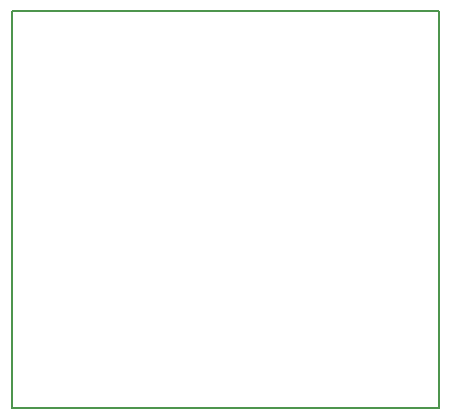
<source format=gm1>
G04 #@! TF.GenerationSoftware,KiCad,Pcbnew,(5.1.6)-1*
G04 #@! TF.CreationDate,2023-04-30T23:27:37+02:00*
G04 #@! TF.ProjectId,connecting-connector-1-wire,636f6e6e-6563-4746-996e-672d636f6e6e,rev?*
G04 #@! TF.SameCoordinates,Original*
G04 #@! TF.FileFunction,Profile,NP*
%FSLAX46Y46*%
G04 Gerber Fmt 4.6, Leading zero omitted, Abs format (unit mm)*
G04 Created by KiCad (PCBNEW (5.1.6)-1) date 2023-04-30 23:27:37*
%MOMM*%
%LPD*%
G01*
G04 APERTURE LIST*
G04 #@! TA.AperFunction,Profile*
%ADD10C,0.150000*%
G04 #@! TD*
G04 APERTURE END LIST*
D10*
X188595000Y-102235000D02*
X188595000Y-68580000D01*
X224790000Y-102235000D02*
X188595000Y-102235000D01*
X224790000Y-68580000D02*
X224790000Y-102235000D01*
X188595000Y-68580000D02*
X224790000Y-68580000D01*
M02*

</source>
